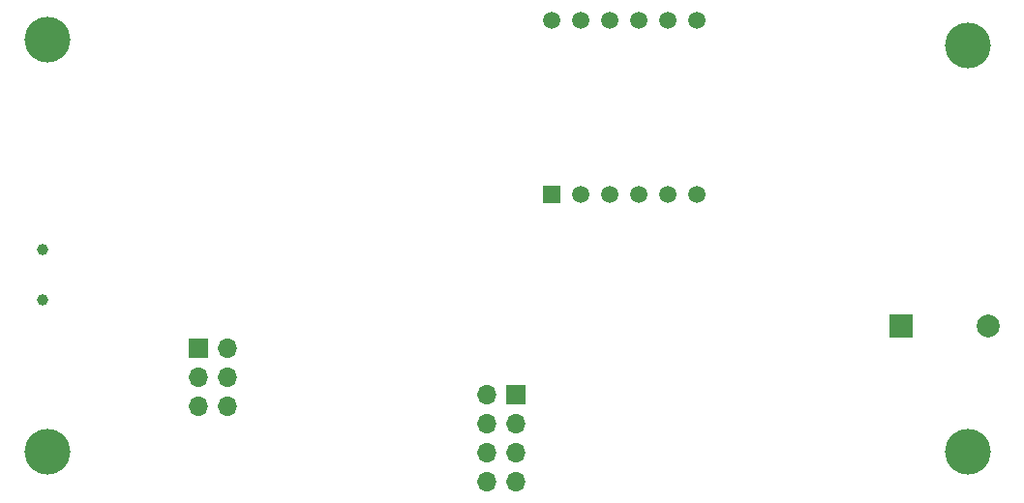
<source format=gbr>
%TF.GenerationSoftware,KiCad,Pcbnew,(7.0.0)*%
%TF.CreationDate,2023-04-21T02:07:09-06:00*%
%TF.ProjectId,Phase_B_ATMEGA_v3,50686173-655f-4425-9f41-544d4547415f,rev?*%
%TF.SameCoordinates,Original*%
%TF.FileFunction,Soldermask,Bot*%
%TF.FilePolarity,Negative*%
%FSLAX46Y46*%
G04 Gerber Fmt 4.6, Leading zero omitted, Abs format (unit mm)*
G04 Created by KiCad (PCBNEW (7.0.0)) date 2023-04-21 02:07:09*
%MOMM*%
%LPD*%
G01*
G04 APERTURE LIST*
%ADD10C,4.000000*%
%ADD11R,1.500000X1.500000*%
%ADD12C,1.500000*%
%ADD13R,2.000000X2.000000*%
%ADD14C,2.000000*%
%ADD15R,1.700000X1.700000*%
%ADD16O,1.700000X1.700000*%
%ADD17C,1.000000*%
G04 APERTURE END LIST*
D10*
%TO.C,REF\u002A\u002A*%
X141075000Y-90300000D03*
%TD*%
%TO.C,REF\u002A\u002A*%
X141075000Y-54800000D03*
%TD*%
%TO.C,REF\u002A\u002A*%
X60575000Y-54300000D03*
%TD*%
%TO.C,REF\u002A\u002A*%
X60575000Y-90300000D03*
%TD*%
D11*
%TO.C,U1*%
X104724999Y-67777499D03*
D12*
X107265000Y-67777500D03*
X109805000Y-67777500D03*
X112345000Y-67777500D03*
X114885000Y-67777500D03*
X117425000Y-67777500D03*
X117425000Y-52537500D03*
X114885000Y-52537500D03*
X112345000Y-52537500D03*
X109805000Y-52537500D03*
X107265000Y-52537500D03*
X104725000Y-52537500D03*
%TD*%
D13*
%TO.C,LS1*%
X135274999Y-79299999D03*
D14*
X142875000Y-79300000D03*
%TD*%
D15*
%TO.C,J3*%
X101574999Y-85299999D03*
D16*
X99034999Y-85299999D03*
X101574999Y-87839999D03*
X99034999Y-87839999D03*
X101574999Y-90379999D03*
X99034999Y-90379999D03*
X101574999Y-92919999D03*
X99034999Y-92919999D03*
%TD*%
D17*
%TO.C,J2*%
X60150000Y-77000000D03*
X60150000Y-72600000D03*
%TD*%
D15*
%TO.C,J1*%
X73784999Y-81274999D03*
D16*
X76324999Y-81274999D03*
X73784999Y-83814999D03*
X76324999Y-83814999D03*
X73784999Y-86354999D03*
X76324999Y-86354999D03*
%TD*%
M02*

</source>
